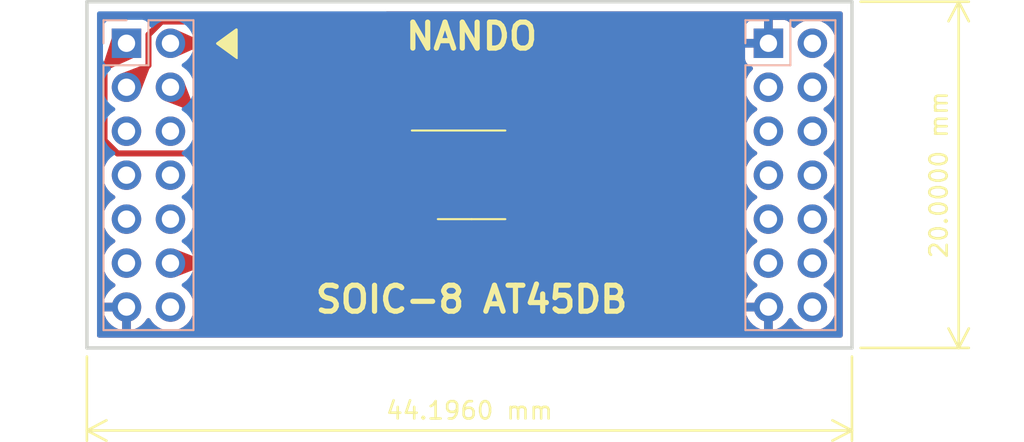
<source format=kicad_pcb>
(kicad_pcb (version 20221018) (generator pcbnew)
  (title_block (rev "v1.0"))
  (layers (0 "F.Cu" signal) (31 "B.Cu" signal) (34 "B.Paste" user) (35 "F.Paste" user) (36 "B.SilkS" user "B.Silkscreen") (37 "F.SilkS" user "F.Silkscreen") (38 "B.Mask" user) (39 "F.Mask" user) (44 "Edge.Cuts" user))
  (net 0 "")
  (net 9 "CS")
  (net 10 "SCK")
  (net 11 "SO")
  (net 12 "SI")
  (net 13 "+3V3")
  (net 14 "GNDD")
  (footprint "Package_SO:SOIC-8_3.9x4.9mm_P1.27mm" (layer "F.Cu") (at 156.83 87.02)
    (fp_text reference "U1" hide)
    (fp_text value "AT45DB")
    (fp_line (start 0 -2.56) (end -3.45 -2.56) (stroke (width 0.12)) (layer "F.SilkS"))
    (fp_line (start 0 -2.56) (end 1.95 -2.56) (stroke (width 0.12)) (layer "F.SilkS"))
    (fp_line (start 0 2.56) (end -1.95 2.56) (stroke (width 0.12)) (layer "F.SilkS"))
    (fp_line (start 0 2.56) (end 1.95 2.56) (stroke (width 0.12)) (layer "F.SilkS"))
    (pad "1" smd roundrect (at -2.475 -1.905) (size 1.95 0.6) (layers "F.Cu" "F.Paste" "F.Mask") (net 12 "SI"))
    (pad "2" smd roundrect (at -2.475 -0.635) (size 1.95 0.6) (layers "F.Cu" "F.Paste" "F.Mask") (net 10 "SCK"))
    (pad "3" smd roundrect (at -2.475 0.635) (size 1.95 0.6) (layers "F.Cu" "F.Paste" "F.Mask") (net 13 "+3V3"))
    (pad "4" smd roundrect (at -2.475 1.905) (size 1.95 0.6) (layers "F.Cu" "F.Paste" "F.Mask") (net 9 "CS"))
    (pad "5" smd roundrect (at 2.475 1.905) (size 1.95 0.6) (layers "F.Cu" "F.Paste" "F.Mask") (net 13 "+3V3"))
    (pad "6" smd roundrect (at 2.475 0.635) (size 1.95 0.6) (layers "F.Cu" "F.Paste" "F.Mask") (net 13 "+3V3"))
    (pad "7" smd roundrect (at 2.475 -0.635) (size 1.95 0.6) (layers "F.Cu" "F.Paste" "F.Mask") (net 14 "GNDD"))
    (pad "8" smd roundrect (at 2.475 -1.905) (size 1.95 0.6) (layers "F.Cu" "F.Paste" "F.Mask") (net 11 "SO"))
  )
  (footprint "Connector_PinSocket_2.54mm:PinSocket_2x07_P2.54mm_Vertical" (layer "B.Cu") (at 136.894 79.42 180)
    (fp_text reference "J1" hide)
    (fp_text value "Conn_02x07_Odd_Even")
    (fp_line (start -3.87 -16.57) (end 1.33 -16.57) (stroke (width 0.12)) (layer "B.SilkS"))
    (fp_line (start -3.87 1.33) (end -3.87 -16.57) (stroke (width 0.12)) (layer "B.SilkS"))
    (fp_line (start -3.87 1.33) (end -1.27 1.33) (stroke (width 0.12)) (layer "B.SilkS"))
    (fp_line (start -1.27 -1.27) (end 1.33 -1.27) (stroke (width 0.12)) (layer "B.SilkS"))
    (fp_line (start -1.27 1.33) (end -1.27 -1.27) (stroke (width 0.12)) (layer "B.SilkS"))
    (fp_line (start 0 1.33) (end 1.33 1.33) (stroke (width 0.12)) (layer "B.SilkS"))
    (fp_line (start 1.33 -1.27) (end 1.33 -16.57) (stroke (width 0.12)) (layer "B.SilkS"))
    (fp_line (start 1.33 1.33) (end 1.33 0) (stroke (width 0.12)) (layer "B.SilkS"))
    (pad "1" thru_hole rect (at 0 0 180) (size 1.7 1.7) (drill 1) (layers "*.Cu" "*.Mask") (net 9 "CS"))
    (pad "2" thru_hole oval (at -2.54 0 180) (size 1.7 1.7) (drill 1) (layers "*.Cu" "*.Mask") (net 10 "SCK"))
    (pad "3" thru_hole oval (at 0 -2.54 180) (size 1.7 1.7) (drill 1) (layers "*.Cu" "*.Mask") (net 11 "SO"))
    (pad "4" thru_hole oval (at -2.54 -2.54 180) (size 1.7 1.7) (drill 1) (layers "*.Cu" "*.Mask") (net 12 "SI"))
    (pad "5" thru_hole oval (at 0 -5.08 180) (size 1.7 1.7) (drill 1) (layers "*.Cu" "*.Mask"))
    (pad "6" thru_hole oval (at -2.54 -5.08 180) (size 1.7 1.7) (drill 1) (layers "*.Cu" "*.Mask"))
    (pad "7" thru_hole oval (at 0 -7.62 180) (size 1.7 1.7) (drill 1) (layers "*.Cu" "*.Mask"))
    (pad "8" thru_hole oval (at -2.54 -7.62 180) (size 1.7 1.7) (drill 1) (layers "*.Cu" "*.Mask"))
    (pad "9" thru_hole oval (at 0 -10.16 180) (size 1.7 1.7) (drill 1) (layers "*.Cu" "*.Mask"))
    (pad "10" thru_hole oval (at -2.54 -10.16 180) (size 1.7 1.7) (drill 1) (layers "*.Cu" "*.Mask"))
    (pad "11" thru_hole oval (at 0 -12.7 180) (size 1.7 1.7) (drill 1) (layers "*.Cu" "*.Mask"))
    (pad "12" thru_hole oval (at -2.54 -12.7 180) (size 1.7 1.7) (drill 1) (layers "*.Cu" "*.Mask") (net 13 "+3V3"))
    (pad "13" thru_hole oval (at 0 -15.24 180) (size 1.7 1.7) (drill 1) (layers "*.Cu" "*.Mask") (net 14 "GNDD"))
    (pad "14" thru_hole oval (at -2.54 -15.24 180) (size 1.7 1.7) (drill 1) (layers "*.Cu" "*.Mask"))
  )
  (footprint "Connector_PinSocket_2.54mm:PinSocket_2x07_P2.54mm_Vertical" (layer "B.Cu") (at 173.978 79.42 180)
    (fp_text reference "J2" hide)
    (fp_text value "Conn_02x07_Odd_Even")
    (fp_line (start -3.87 -16.57) (end 1.33 -16.57) (stroke (width 0.12)) (layer "B.SilkS"))
    (fp_line (start -3.87 1.33) (end -3.87 -16.57) (stroke (width 0.12)) (layer "B.SilkS"))
    (fp_line (start -3.87 1.33) (end -1.27 1.33) (stroke (width 0.12)) (layer "B.SilkS"))
    (fp_line (start -1.27 -1.27) (end 1.33 -1.27) (stroke (width 0.12)) (layer "B.SilkS"))
    (fp_line (start -1.27 1.33) (end -1.27 -1.27) (stroke (width 0.12)) (layer "B.SilkS"))
    (fp_line (start 0 1.33) (end 1.33 1.33) (stroke (width 0.12)) (layer "B.SilkS"))
    (fp_line (start 1.33 -1.27) (end 1.33 -16.57) (stroke (width 0.12)) (layer "B.SilkS"))
    (fp_line (start 1.33 1.33) (end 1.33 0) (stroke (width 0.12)) (layer "B.SilkS"))
    (pad "1" thru_hole rect (at 0 0 180) (size 1.7 1.7) (drill 1) (layers "*.Cu" "*.Mask") (net 14 "GNDD"))
    (pad "2" thru_hole oval (at -2.54 0 180) (size 1.7 1.7) (drill 1) (layers "*.Cu" "*.Mask"))
    (pad "3" thru_hole oval (at 0 -2.54 180) (size 1.7 1.7) (drill 1) (layers "*.Cu" "*.Mask"))
    (pad "4" thru_hole oval (at -2.54 -2.54 180) (size 1.7 1.7) (drill 1) (layers "*.Cu" "*.Mask"))
    (pad "5" thru_hole oval (at 0 -5.08 180) (size 1.7 1.7) (drill 1) (layers "*.Cu" "*.Mask"))
    (pad "6" thru_hole oval (at -2.54 -5.08 180) (size 1.7 1.7) (drill 1) (layers "*.Cu" "*.Mask"))
    (pad "7" thru_hole oval (at 0 -7.62 180) (size 1.7 1.7) (drill 1) (layers "*.Cu" "*.Mask"))
    (pad "8" thru_hole oval (at -2.54 -7.62 180) (size 1.7 1.7) (drill 1) (layers "*.Cu" "*.Mask"))
    (pad "9" thru_hole oval (at 0 -10.16 180) (size 1.7 1.7) (drill 1) (layers "*.Cu" "*.Mask"))
    (pad "10" thru_hole oval (at -2.54 -10.16 180) (size 1.7 1.7) (drill 1) (layers "*.Cu" "*.Mask"))
    (pad "11" thru_hole oval (at 0 -12.7 180) (size 1.7 1.7) (drill 1) (layers "*.Cu" "*.Mask"))
    (pad "12" thru_hole oval (at -2.54 -12.7 180) (size 1.7 1.7) (drill 1) (layers "*.Cu" "*.Mask"))
    (pad "13" thru_hole oval (at 0 -15.24 180) (size 1.7 1.7) (drill 1) (layers "*.Cu" "*.Mask") (net 14 "GNDD"))
    (pad "14" thru_hole oval (at -2.54 -15.24 180) (size 1.7 1.7) (drill 1) (layers "*.Cu" "*.Mask"))
  )
  (gr_poly (pts (xy 142.144 79.433) (xy 143.244 78.633) (xy 143.244 80.233)) (stroke (width 0.15)) (fill solid) (layer "F.SilkS"))
  (gr_line (start 134.608 97.02) (end 178.804 97.02) (stroke (width 0.2)) (layer "Edge.Cuts"))
  (gr_line (start 178.804 77.02) (end 134.608 77.02) (stroke (width 0.2)) (layer "Edge.Cuts"))
  (gr_line (start 134.608 77.02) (end 134.608 97.02) (stroke (width 0.2)) (layer "Edge.Cuts"))
  (gr_line (start 178.804 97.02) (end 178.804 77.02) (stroke (width 0.2)) (layer "Edge.Cuts"))
  (gr_text "SOIC-8 AT45DB" (at 156.83 94.22) (layer "F.SilkS") (effects (font (size 1.5 1.5) (thickness 0.3))))
  (gr_text "NANDO" (at 156.83 79.02) (layer "F.SilkS") (effects (font (size 1.5 1.5) (thickness 0.3))))
  (dimension (type aligned) (layer "F.SilkS") (pts (xy 178.804 97.02) (xy 178.804 77.02)) (height 6.166) (gr_text "20.0000 mm" (at 183.82 87.02 90) (layer "F.SilkS") (effects (font (size 1 1) (thickness 0.15)))) (format (prefix "") (suffix "") (units 3) (units_format 1) (precision 4)) (style (thickness 0.15) (arrow_length 1.27) (text_position_mode 0) (extension_height 0.58642) (extension_offset 0.5) keep_text_aligned))
  (dimension (type aligned) (layer "F.SilkS") (pts (xy 134.608 97.02) (xy 178.804 97.02)) (height 4.769999) (gr_text "44.1960 mm" (at 156.706 100.639999) (layer "F.SilkS") (effects (font (size 1 1) (thickness 0.15)))) (format (prefix "") (suffix "") (units 3) (units_format 1) (precision 4)) (style (thickness 0.15) (arrow_length 1.27) (text_position_mode 0) (extension_height 0.58642) (extension_offset 0.5) keep_text_aligned))
  (segment (start 135.624 80.69) (end 136.894 79.42) (width 0.35) (layer "F.Cu") (net 9))
  (segment (start 143.9095 88.925) (end 140.7675 85.783) (width 0.35) (layer "F.Cu") (net 9))
  (segment (start 135.624 85.032851) (end 135.624 80.69) (width 0.35) (layer "F.Cu") (net 9))
  (segment (start 136.374149 85.783) (end 135.624 85.032851) (width 0.35) (layer "F.Cu") (net 9))
  (segment (start 154.355 88.925) (end 143.9095 88.925) (width 0.35) (layer "F.Cu") (net 9))
  (segment (start 140.7675 85.783) (end 136.374149 85.783) (width 0.35) (layer "F.Cu") (net 9))
  (segment (start 156.071 85.783) (end 156.071 84.513) (width 0.35) (layer "F.Cu") (net 10))
  (segment (start 155.469 86.385) (end 156.071 85.783) (width 0.35) (layer "F.Cu") (net 10))
  (segment (start 156.071 84.513) (end 150.978 79.42) (width 0.35) (layer "F.Cu") (net 10))
  (segment (start 150.978 79.42) (end 139.434 79.42) (width 0.35) (layer "F.Cu") (net 10))
  (segment (start 154.355 86.385) (end 155.469 86.385) (width 0.35) (layer "F.Cu") (net 10))
  (segment (start 158.197 85.115) (end 151.245 78.163) (width 0.35) (layer "F.Cu") (net 11))
  (segment (start 138.926 78.163) (end 138.164 78.925) (width 0.35) (layer "F.Cu") (net 11))
  (segment (start 138.164 78.925) (end 138.164 80.69) (width 0.35) (layer "F.Cu") (net 11))
  (segment (start 159.305 85.115) (end 158.197 85.115) (width 0.35) (layer "F.Cu") (net 11))
  (segment (start 138.164 80.69) (end 136.894 81.96) (width 0.35) (layer "F.Cu") (net 11))
  (segment (start 151.245 78.163) (end 138.926 78.163) (width 0.35) (layer "F.Cu") (net 11))
  (segment (start 142.589 85.115) (end 139.434 81.96) (width 0.35) (layer "F.Cu") (net 12))
  (segment (start 154.355 85.115) (end 142.589 85.115) (width 0.35) (layer "F.Cu") (net 12))
  (segment (start 153.544 92.12) (end 139.434 92.12) (width 0.5) (layer "F.Cu") (net 13))
  (segment (start 160.991 87.655) (end 161.278 87.942) (width 0.5) (layer "F.Cu") (net 13))
  (segment (start 161.278 87.942) (end 161.278 88.577) (width 0.5) (layer "F.Cu") (net 13))
  (segment (start 161.278 88.577) (end 160.93 88.925) (width 0.5) (layer "F.Cu") (net 13))
  (segment (start 154.355 87.655) (end 160.991 87.655) (width 0.5) (layer "F.Cu") (net 13))
  (segment (start 156.739 88.925) (end 153.544 92.12) (width 0.5) (layer "F.Cu") (net 13))
  (segment (start 160.93 88.925) (end 156.739 88.925) (width 0.5) (layer "F.Cu") (net 13))
  (segment (start 159.055 86.385) (end 159.53 86.385) (width 0.25) (layer "F.Cu") (net 14))
  (zone (net 14) (net_name "GNDD") (layers "F&B.Cu") (connect_pads (clearance 0.508)) (min_thickness 0.25) (fill yes (thermal_gap 0.5) (thermal_bridge_width 0.5))
    (polygon (pts (xy 134.608 77.02) (xy 134.61 97.01) (xy 178.804 97.02) (xy 178.804 77.02)))
  )
)
</source>
